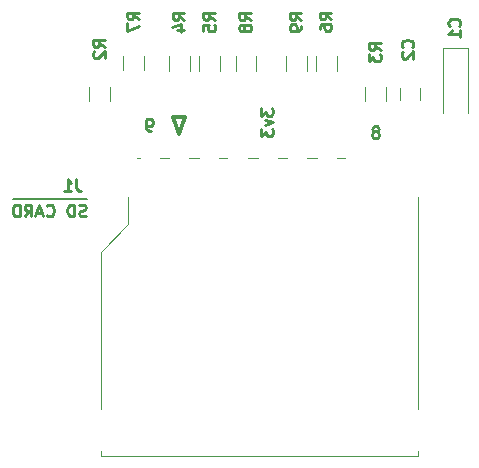
<source format=gbr>
G04 #@! TF.FileFunction,Legend,Bot*
%FSLAX46Y46*%
G04 Gerber Fmt 4.6, Leading zero omitted, Abs format (unit mm)*
G04 Created by KiCad (PCBNEW 4.0.7-e2-6376~58~ubuntu16.04.1) date Tue Oct  2 08:21:06 2018*
%MOMM*%
%LPD*%
G01*
G04 APERTURE LIST*
%ADD10C,0.100000*%
%ADD11C,0.250000*%
%ADD12C,0.300000*%
%ADD13C,0.200000*%
%ADD14C,0.120000*%
G04 APERTURE END LIST*
D10*
D11*
X172807381Y-120094524D02*
X172807381Y-120713572D01*
X173188333Y-120380238D01*
X173188333Y-120523096D01*
X173235952Y-120618334D01*
X173283571Y-120665953D01*
X173378810Y-120713572D01*
X173616905Y-120713572D01*
X173712143Y-120665953D01*
X173759762Y-120618334D01*
X173807381Y-120523096D01*
X173807381Y-120237381D01*
X173759762Y-120142143D01*
X173712143Y-120094524D01*
X173140714Y-121046905D02*
X173807381Y-121285000D01*
X173140714Y-121523096D01*
X172807381Y-121808810D02*
X172807381Y-122427858D01*
X173188333Y-122094524D01*
X173188333Y-122237382D01*
X173235952Y-122332620D01*
X173283571Y-122380239D01*
X173378810Y-122427858D01*
X173616905Y-122427858D01*
X173712143Y-122380239D01*
X173759762Y-122332620D01*
X173807381Y-122237382D01*
X173807381Y-121951667D01*
X173759762Y-121856429D01*
X173712143Y-121808810D01*
X163512476Y-121991381D02*
X163322000Y-121991381D01*
X163226761Y-121943762D01*
X163179142Y-121896143D01*
X163083904Y-121753286D01*
X163036285Y-121562810D01*
X163036285Y-121181857D01*
X163083904Y-121086619D01*
X163131523Y-121039000D01*
X163226761Y-120991381D01*
X163417238Y-120991381D01*
X163512476Y-121039000D01*
X163560095Y-121086619D01*
X163607714Y-121181857D01*
X163607714Y-121419952D01*
X163560095Y-121515190D01*
X163512476Y-121562810D01*
X163417238Y-121610429D01*
X163226761Y-121610429D01*
X163131523Y-121562810D01*
X163083904Y-121515190D01*
X163036285Y-121419952D01*
X182594238Y-122054952D02*
X182689476Y-122007333D01*
X182737095Y-121959714D01*
X182784714Y-121864476D01*
X182784714Y-121816857D01*
X182737095Y-121721619D01*
X182689476Y-121674000D01*
X182594238Y-121626381D01*
X182403761Y-121626381D01*
X182308523Y-121674000D01*
X182260904Y-121721619D01*
X182213285Y-121816857D01*
X182213285Y-121864476D01*
X182260904Y-121959714D01*
X182308523Y-122007333D01*
X182403761Y-122054952D01*
X182594238Y-122054952D01*
X182689476Y-122102571D01*
X182737095Y-122150190D01*
X182784714Y-122245429D01*
X182784714Y-122435905D01*
X182737095Y-122531143D01*
X182689476Y-122578762D01*
X182594238Y-122626381D01*
X182403761Y-122626381D01*
X182308523Y-122578762D01*
X182260904Y-122531143D01*
X182213285Y-122435905D01*
X182213285Y-122245429D01*
X182260904Y-122150190D01*
X182308523Y-122102571D01*
X182403761Y-122054952D01*
D12*
X166336600Y-120809629D02*
X165836600Y-122309629D01*
X165336600Y-120809629D01*
X166336600Y-120809629D01*
D13*
X158021020Y-127734060D02*
X151800560Y-127734060D01*
D11*
X157976818Y-129205622D02*
X157833961Y-129253241D01*
X157595865Y-129253241D01*
X157500627Y-129205622D01*
X157453008Y-129158003D01*
X157405389Y-129062765D01*
X157405389Y-128967527D01*
X157453008Y-128872289D01*
X157500627Y-128824670D01*
X157595865Y-128777050D01*
X157786342Y-128729431D01*
X157881580Y-128681812D01*
X157929199Y-128634193D01*
X157976818Y-128538955D01*
X157976818Y-128443717D01*
X157929199Y-128348479D01*
X157881580Y-128300860D01*
X157786342Y-128253241D01*
X157548246Y-128253241D01*
X157405389Y-128300860D01*
X156976818Y-129253241D02*
X156976818Y-128253241D01*
X156738723Y-128253241D01*
X156595865Y-128300860D01*
X156500627Y-128396098D01*
X156453008Y-128491336D01*
X156405389Y-128681812D01*
X156405389Y-128824670D01*
X156453008Y-129015146D01*
X156500627Y-129110384D01*
X156595865Y-129205622D01*
X156738723Y-129253241D01*
X156976818Y-129253241D01*
X154643484Y-129158003D02*
X154691103Y-129205622D01*
X154833960Y-129253241D01*
X154929198Y-129253241D01*
X155072056Y-129205622D01*
X155167294Y-129110384D01*
X155214913Y-129015146D01*
X155262532Y-128824670D01*
X155262532Y-128681812D01*
X155214913Y-128491336D01*
X155167294Y-128396098D01*
X155072056Y-128300860D01*
X154929198Y-128253241D01*
X154833960Y-128253241D01*
X154691103Y-128300860D01*
X154643484Y-128348479D01*
X154262532Y-128967527D02*
X153786341Y-128967527D01*
X154357770Y-129253241D02*
X154024437Y-128253241D01*
X153691103Y-129253241D01*
X152786341Y-129253241D02*
X153119675Y-128777050D01*
X153357770Y-129253241D02*
X153357770Y-128253241D01*
X152976817Y-128253241D01*
X152881579Y-128300860D01*
X152833960Y-128348479D01*
X152786341Y-128443717D01*
X152786341Y-128586574D01*
X152833960Y-128681812D01*
X152881579Y-128729431D01*
X152976817Y-128777050D01*
X153357770Y-128777050D01*
X152357770Y-129253241D02*
X152357770Y-128253241D01*
X152119675Y-128253241D01*
X151976817Y-128300860D01*
X151881579Y-128396098D01*
X151833960Y-128491336D01*
X151786341Y-128681812D01*
X151786341Y-128824670D01*
X151833960Y-129015146D01*
X151881579Y-129110384D01*
X151976817Y-129205622D01*
X152119675Y-129253241D01*
X152357770Y-129253241D01*
D14*
X188180000Y-114972000D02*
X188180000Y-120472000D01*
X190280000Y-114972000D02*
X190280000Y-120472000D01*
X188180000Y-114972000D02*
X190280000Y-114972000D01*
X184570000Y-119372000D02*
X184570000Y-118372000D01*
X186270000Y-118372000D02*
X186270000Y-119372000D01*
X159250000Y-149545000D02*
X159250000Y-149125000D01*
X186090000Y-149545000D02*
X159250000Y-149545000D01*
X186090000Y-149125000D02*
X186090000Y-149545000D01*
X186090000Y-127625000D02*
X186090000Y-145525000D01*
X159250000Y-132225000D02*
X159250000Y-145525000D01*
X161550000Y-129925000D02*
X159250000Y-132225000D01*
X161550000Y-127625000D02*
X161550000Y-129925000D01*
X179920000Y-124305000D02*
X179220000Y-124305000D01*
X177520000Y-124305000D02*
X176720000Y-124305000D01*
X175020000Y-124305000D02*
X174220000Y-124305000D01*
X162520000Y-124305000D02*
X162320000Y-124305000D01*
X172520000Y-124305000D02*
X171720000Y-124305000D01*
X169920000Y-124305000D02*
X169220000Y-124305000D01*
X167520000Y-124305000D02*
X166720000Y-124305000D01*
X165020000Y-124305000D02*
X164220000Y-124305000D01*
X166742000Y-116896464D02*
X166742000Y-115696464D01*
X164982000Y-115696464D02*
X164982000Y-116896464D01*
X169332800Y-116906600D02*
X169332800Y-115706600D01*
X167572800Y-115706600D02*
X167572800Y-116906600D01*
X179188000Y-116896464D02*
X179188000Y-115696464D01*
X177428000Y-115696464D02*
X177428000Y-116896464D01*
X162881200Y-116881200D02*
X162881200Y-115681200D01*
X161121200Y-115681200D02*
X161121200Y-116881200D01*
X172406200Y-116906600D02*
X172406200Y-115706600D01*
X170646200Y-115706600D02*
X170646200Y-116906600D01*
X174888000Y-115696464D02*
X174888000Y-116896464D01*
X176648000Y-116896464D02*
X176648000Y-115696464D01*
X159990680Y-119472000D02*
X159990680Y-118272000D01*
X158230680Y-118272000D02*
X158230680Y-119472000D01*
X183353600Y-119472000D02*
X183353600Y-118272000D01*
X181593600Y-118272000D02*
X181593600Y-119472000D01*
D11*
X189561743Y-113117334D02*
X189609362Y-113069715D01*
X189656981Y-112926858D01*
X189656981Y-112831620D01*
X189609362Y-112688762D01*
X189514124Y-112593524D01*
X189418886Y-112545905D01*
X189228410Y-112498286D01*
X189085552Y-112498286D01*
X188895076Y-112545905D01*
X188799838Y-112593524D01*
X188704600Y-112688762D01*
X188656981Y-112831620D01*
X188656981Y-112926858D01*
X188704600Y-113069715D01*
X188752219Y-113117334D01*
X189656981Y-114069715D02*
X189656981Y-113498286D01*
X189656981Y-113784000D02*
X188656981Y-113784000D01*
X188799838Y-113688762D01*
X188895076Y-113593524D01*
X188942695Y-113498286D01*
X185601883Y-114930894D02*
X185649502Y-114883275D01*
X185697121Y-114740418D01*
X185697121Y-114645180D01*
X185649502Y-114502322D01*
X185554264Y-114407084D01*
X185459026Y-114359465D01*
X185268550Y-114311846D01*
X185125692Y-114311846D01*
X184935216Y-114359465D01*
X184839978Y-114407084D01*
X184744740Y-114502322D01*
X184697121Y-114645180D01*
X184697121Y-114740418D01*
X184744740Y-114883275D01*
X184792359Y-114930894D01*
X184792359Y-115311846D02*
X184744740Y-115359465D01*
X184697121Y-115454703D01*
X184697121Y-115692799D01*
X184744740Y-115788037D01*
X184792359Y-115835656D01*
X184887597Y-115883275D01*
X184982835Y-115883275D01*
X185125692Y-115835656D01*
X185697121Y-115264227D01*
X185697121Y-115883275D01*
X157132613Y-126094241D02*
X157132613Y-126808527D01*
X157180233Y-126951384D01*
X157275471Y-127046622D01*
X157418328Y-127094241D01*
X157513566Y-127094241D01*
X156132613Y-127094241D02*
X156704042Y-127094241D01*
X156418328Y-127094241D02*
X156418328Y-126094241D01*
X156513566Y-126237098D01*
X156608804Y-126332336D01*
X156704042Y-126379955D01*
X166314381Y-112609334D02*
X165838190Y-112276000D01*
X166314381Y-112037905D02*
X165314381Y-112037905D01*
X165314381Y-112418858D01*
X165362000Y-112514096D01*
X165409619Y-112561715D01*
X165504857Y-112609334D01*
X165647714Y-112609334D01*
X165742952Y-112561715D01*
X165790571Y-112514096D01*
X165838190Y-112418858D01*
X165838190Y-112037905D01*
X165647714Y-113466477D02*
X166314381Y-113466477D01*
X165266762Y-113228381D02*
X165981048Y-112990286D01*
X165981048Y-113609334D01*
X168905181Y-112619470D02*
X168428990Y-112286136D01*
X168905181Y-112048041D02*
X167905181Y-112048041D01*
X167905181Y-112428994D01*
X167952800Y-112524232D01*
X168000419Y-112571851D01*
X168095657Y-112619470D01*
X168238514Y-112619470D01*
X168333752Y-112571851D01*
X168381371Y-112524232D01*
X168428990Y-112428994D01*
X168428990Y-112048041D01*
X167905181Y-113524232D02*
X167905181Y-113048041D01*
X168381371Y-113000422D01*
X168333752Y-113048041D01*
X168286133Y-113143279D01*
X168286133Y-113381375D01*
X168333752Y-113476613D01*
X168381371Y-113524232D01*
X168476610Y-113571851D01*
X168714705Y-113571851D01*
X168809943Y-113524232D01*
X168857562Y-113476613D01*
X168905181Y-113381375D01*
X168905181Y-113143279D01*
X168857562Y-113048041D01*
X168809943Y-113000422D01*
X178760381Y-112558534D02*
X178284190Y-112225200D01*
X178760381Y-111987105D02*
X177760381Y-111987105D01*
X177760381Y-112368058D01*
X177808000Y-112463296D01*
X177855619Y-112510915D01*
X177950857Y-112558534D01*
X178093714Y-112558534D01*
X178188952Y-112510915D01*
X178236571Y-112463296D01*
X178284190Y-112368058D01*
X178284190Y-111987105D01*
X177760381Y-113415677D02*
X177760381Y-113225200D01*
X177808000Y-113129962D01*
X177855619Y-113082343D01*
X177998476Y-112987105D01*
X178188952Y-112939486D01*
X178569905Y-112939486D01*
X178665143Y-112987105D01*
X178712762Y-113034724D01*
X178760381Y-113129962D01*
X178760381Y-113320439D01*
X178712762Y-113415677D01*
X178665143Y-113463296D01*
X178569905Y-113510915D01*
X178331810Y-113510915D01*
X178236571Y-113463296D01*
X178188952Y-113415677D01*
X178141333Y-113320439D01*
X178141333Y-113129962D01*
X178188952Y-113034724D01*
X178236571Y-112987105D01*
X178331810Y-112939486D01*
X162453581Y-112568670D02*
X161977390Y-112235336D01*
X162453581Y-111997241D02*
X161453581Y-111997241D01*
X161453581Y-112378194D01*
X161501200Y-112473432D01*
X161548819Y-112521051D01*
X161644057Y-112568670D01*
X161786914Y-112568670D01*
X161882152Y-112521051D01*
X161929771Y-112473432D01*
X161977390Y-112378194D01*
X161977390Y-111997241D01*
X161453581Y-112902003D02*
X161453581Y-113568670D01*
X162453581Y-113140098D01*
X171953181Y-112634734D02*
X171476990Y-112301400D01*
X171953181Y-112063305D02*
X170953181Y-112063305D01*
X170953181Y-112444258D01*
X171000800Y-112539496D01*
X171048419Y-112587115D01*
X171143657Y-112634734D01*
X171286514Y-112634734D01*
X171381752Y-112587115D01*
X171429371Y-112539496D01*
X171476990Y-112444258D01*
X171476990Y-112063305D01*
X171381752Y-113206162D02*
X171334133Y-113110924D01*
X171286514Y-113063305D01*
X171191276Y-113015686D01*
X171143657Y-113015686D01*
X171048419Y-113063305D01*
X171000800Y-113110924D01*
X170953181Y-113206162D01*
X170953181Y-113396639D01*
X171000800Y-113491877D01*
X171048419Y-113539496D01*
X171143657Y-113587115D01*
X171191276Y-113587115D01*
X171286514Y-113539496D01*
X171334133Y-113491877D01*
X171381752Y-113396639D01*
X171381752Y-113206162D01*
X171429371Y-113110924D01*
X171476990Y-113063305D01*
X171572229Y-113015686D01*
X171762705Y-113015686D01*
X171857943Y-113063305D01*
X171905562Y-113110924D01*
X171953181Y-113206162D01*
X171953181Y-113396639D01*
X171905562Y-113491877D01*
X171857943Y-113539496D01*
X171762705Y-113587115D01*
X171572229Y-113587115D01*
X171476990Y-113539496D01*
X171429371Y-113491877D01*
X171381752Y-113396639D01*
X176220381Y-112609334D02*
X175744190Y-112276000D01*
X176220381Y-112037905D02*
X175220381Y-112037905D01*
X175220381Y-112418858D01*
X175268000Y-112514096D01*
X175315619Y-112561715D01*
X175410857Y-112609334D01*
X175553714Y-112609334D01*
X175648952Y-112561715D01*
X175696571Y-112514096D01*
X175744190Y-112418858D01*
X175744190Y-112037905D01*
X176220381Y-113085524D02*
X176220381Y-113276000D01*
X176172762Y-113371239D01*
X176125143Y-113418858D01*
X175982286Y-113514096D01*
X175791810Y-113561715D01*
X175410857Y-113561715D01*
X175315619Y-113514096D01*
X175268000Y-113466477D01*
X175220381Y-113371239D01*
X175220381Y-113180762D01*
X175268000Y-113085524D01*
X175315619Y-113037905D01*
X175410857Y-112990286D01*
X175648952Y-112990286D01*
X175744190Y-113037905D01*
X175791810Y-113085524D01*
X175839429Y-113180762D01*
X175839429Y-113371239D01*
X175791810Y-113466477D01*
X175744190Y-113514096D01*
X175648952Y-113561715D01*
X159563061Y-114895334D02*
X159086870Y-114562000D01*
X159563061Y-114323905D02*
X158563061Y-114323905D01*
X158563061Y-114704858D01*
X158610680Y-114800096D01*
X158658299Y-114847715D01*
X158753537Y-114895334D01*
X158896394Y-114895334D01*
X158991632Y-114847715D01*
X159039251Y-114800096D01*
X159086870Y-114704858D01*
X159086870Y-114323905D01*
X158658299Y-115276286D02*
X158610680Y-115323905D01*
X158563061Y-115419143D01*
X158563061Y-115657239D01*
X158610680Y-115752477D01*
X158658299Y-115800096D01*
X158753537Y-115847715D01*
X158848775Y-115847715D01*
X158991632Y-115800096D01*
X159563061Y-115228667D01*
X159563061Y-115847715D01*
X182925981Y-115149334D02*
X182449790Y-114816000D01*
X182925981Y-114577905D02*
X181925981Y-114577905D01*
X181925981Y-114958858D01*
X181973600Y-115054096D01*
X182021219Y-115101715D01*
X182116457Y-115149334D01*
X182259314Y-115149334D01*
X182354552Y-115101715D01*
X182402171Y-115054096D01*
X182449790Y-114958858D01*
X182449790Y-114577905D01*
X181925981Y-115482667D02*
X181925981Y-116101715D01*
X182306933Y-115768381D01*
X182306933Y-115911239D01*
X182354552Y-116006477D01*
X182402171Y-116054096D01*
X182497410Y-116101715D01*
X182735505Y-116101715D01*
X182830743Y-116054096D01*
X182878362Y-116006477D01*
X182925981Y-115911239D01*
X182925981Y-115625524D01*
X182878362Y-115530286D01*
X182830743Y-115482667D01*
M02*

</source>
